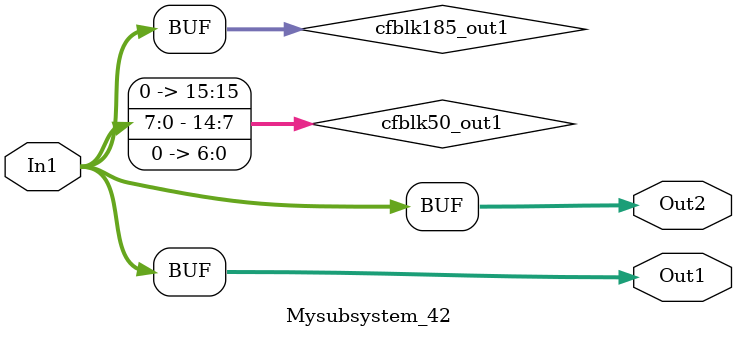
<source format=v>



`timescale 1 ns / 1 ns

module Mysubsystem_42
          (In1,
           Out1,
           Out2);


  input   [7:0] In1;  // uint8
  output  [7:0] Out1;  // uint8
  output  [7:0] Out2;  // uint8


  wire [15:0] cfblk50_out1;  // ufix16_En7
  wire [7:0] cfblk185_out1;  // uint8


  assign Out1 = In1;

  assign cfblk50_out1 = {1'b0, {In1, 7'b0000000}};



  assign cfblk185_out1 = cfblk50_out1[14:7];



  assign Out2 = cfblk185_out1;

endmodule  // Mysubsystem_42


</source>
